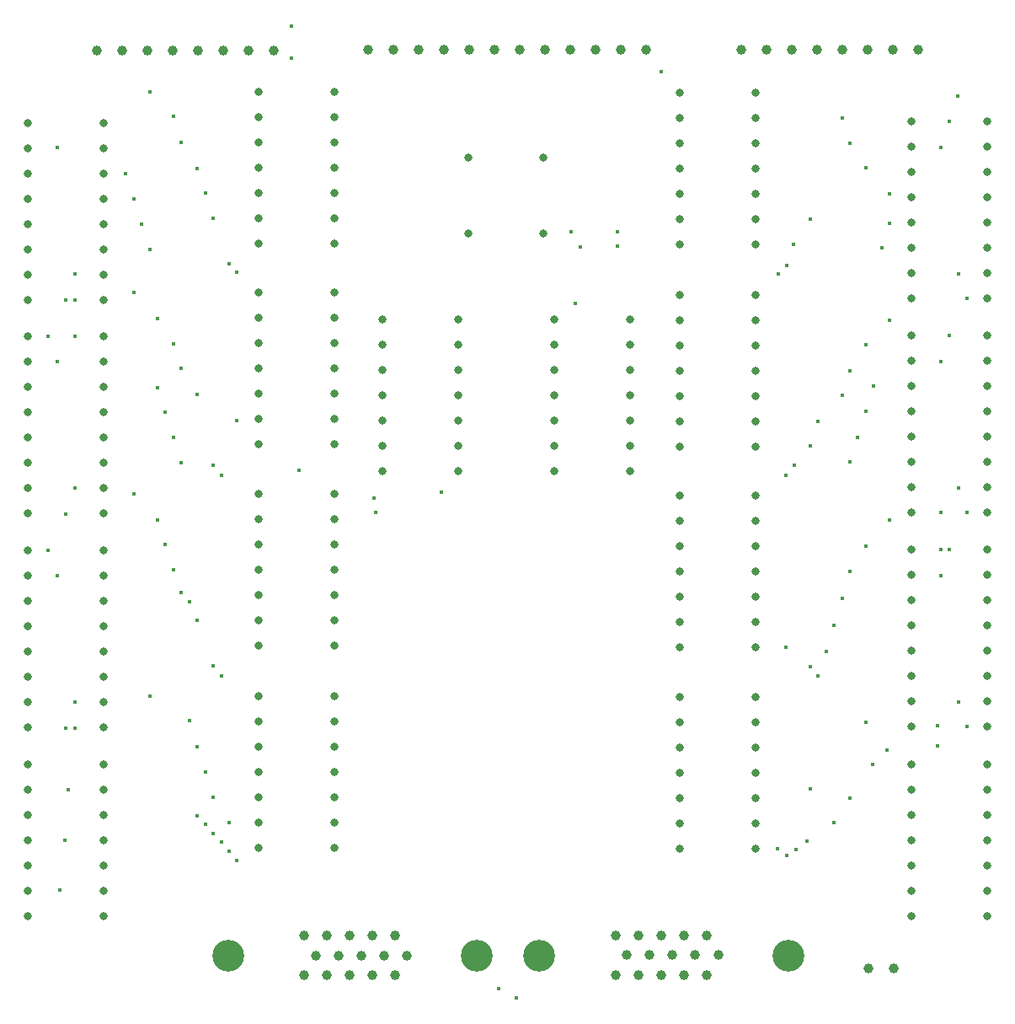
<source format=gbr>
%TF.GenerationSoftware,KiCad,Pcbnew,(6.0.5)*%
%TF.CreationDate,2023-01-07T10:18:04+02:00*%
%TF.ProjectId,VIDEOCARD_SCREENSYNC2.0,56494445-4f43-4415-9244-5f5343524545,rev?*%
%TF.SameCoordinates,Original*%
%TF.FileFunction,Plated,1,2,PTH,Drill*%
%TF.FilePolarity,Positive*%
%FSLAX46Y46*%
G04 Gerber Fmt 4.6, Leading zero omitted, Abs format (unit mm)*
G04 Created by KiCad (PCBNEW (6.0.5)) date 2023-01-07 10:18:04*
%MOMM*%
%LPD*%
G01*
G04 APERTURE LIST*
%TA.AperFunction,ViaDrill*%
%ADD10C,0.400000*%
%TD*%
%TA.AperFunction,ComponentDrill*%
%ADD11C,0.800000*%
%TD*%
%TA.AperFunction,ComponentDrill*%
%ADD12C,1.000000*%
%TD*%
%TA.AperFunction,ComponentDrill*%
%ADD13C,3.200000*%
%TD*%
G04 APERTURE END LIST*
D10*
X97300000Y-81100000D03*
X97300000Y-102600000D03*
X98200000Y-62100000D03*
X98200000Y-83600000D03*
X98200000Y-105100000D03*
X98520000Y-136730000D03*
X99020000Y-131700000D03*
X99100000Y-77400000D03*
X99100000Y-98900000D03*
X99100000Y-120400000D03*
X99320000Y-126630000D03*
X100000000Y-74800000D03*
X100000000Y-77400000D03*
X100000000Y-81100000D03*
X100000000Y-96300000D03*
X100000000Y-117800000D03*
X100000000Y-120400000D03*
X105100000Y-64700000D03*
X105900000Y-67300000D03*
X105900000Y-76700000D03*
X105900000Y-96900000D03*
X106700000Y-69800000D03*
X107500000Y-56500000D03*
X107500000Y-72300000D03*
X107500000Y-117200000D03*
X108300000Y-79300000D03*
X108300000Y-86200000D03*
X108300000Y-99500000D03*
X109100000Y-88700000D03*
X109100000Y-102000000D03*
X109900000Y-59000000D03*
X109900000Y-81800000D03*
X109900000Y-91200000D03*
X109900000Y-104500000D03*
X110700000Y-61600000D03*
X110700000Y-84300000D03*
X110700000Y-93800000D03*
X110700000Y-106800000D03*
X111500000Y-107700000D03*
X111500000Y-119700000D03*
X112300000Y-64200000D03*
X112300000Y-86900000D03*
X112300000Y-109600000D03*
X112300000Y-122300000D03*
X112300000Y-129200000D03*
X113100000Y-66700000D03*
X113100000Y-124800000D03*
X113100000Y-130100000D03*
X113900000Y-69200000D03*
X113900000Y-94000000D03*
X113900000Y-114200000D03*
X113900000Y-127400000D03*
X113900000Y-131000000D03*
X114700000Y-95000000D03*
X114700000Y-115200000D03*
X114700000Y-131900000D03*
X115500000Y-73800000D03*
X115500000Y-129900000D03*
X115500000Y-132800000D03*
X116300000Y-74600000D03*
X116300000Y-89500000D03*
X116300000Y-133700000D03*
X121800000Y-49900000D03*
X121800000Y-53100000D03*
X122520000Y-94530000D03*
X130100000Y-97300000D03*
X130200000Y-98800000D03*
X136800000Y-96700000D03*
X142600000Y-146600000D03*
X144400000Y-147500000D03*
X149900000Y-70600000D03*
X150300000Y-77800000D03*
X150800000Y-72100000D03*
X154500000Y-70600000D03*
X154500000Y-72000000D03*
X158900000Y-54500000D03*
X170620000Y-132530000D03*
X170700000Y-74820000D03*
X171500000Y-95050000D03*
X171500000Y-112310000D03*
X171520000Y-73930000D03*
X171520000Y-133230000D03*
X172220000Y-71830000D03*
X172300000Y-94050000D03*
X172520000Y-132630000D03*
X173620000Y-131800000D03*
X173900000Y-69320000D03*
X173900000Y-92050000D03*
X173900000Y-114250000D03*
X173920000Y-126530000D03*
X174700000Y-89620000D03*
X174700000Y-115190000D03*
X175500000Y-112690000D03*
X176300000Y-110090000D03*
X176300000Y-129950000D03*
X177100000Y-59110000D03*
X177100000Y-87020000D03*
X177100000Y-107420000D03*
X177900000Y-61710000D03*
X177900000Y-84510000D03*
X177900000Y-93690000D03*
X177900000Y-104650000D03*
X177920000Y-127430000D03*
X178700000Y-91190000D03*
X179500000Y-64150000D03*
X179500000Y-81920000D03*
X179500000Y-88590000D03*
X179500000Y-102150000D03*
X179500000Y-119830000D03*
X180180000Y-124090000D03*
X180300000Y-86090000D03*
X181100000Y-72190000D03*
X181600000Y-122600000D03*
X181900000Y-66740000D03*
X181900000Y-69690000D03*
X181900000Y-79420000D03*
X181900000Y-99510000D03*
X186700000Y-120200000D03*
X186720000Y-122230000D03*
X187000000Y-62070000D03*
X187000000Y-83570000D03*
X187000000Y-98770000D03*
X187000000Y-102470000D03*
X187000000Y-105070000D03*
X187900000Y-59470000D03*
X187900000Y-80970000D03*
X187900000Y-102470000D03*
X188700000Y-56900000D03*
X188800000Y-74770000D03*
X188800000Y-96270000D03*
X188800000Y-117770000D03*
X189700000Y-77270000D03*
X189700000Y-98770000D03*
X189700000Y-120270000D03*
D11*
%TO.C,74LS161*%
X95300000Y-59600000D03*
X95300000Y-62140000D03*
X95300000Y-64680000D03*
X95300000Y-67220000D03*
X95300000Y-69760000D03*
X95300000Y-72300000D03*
X95300000Y-74840000D03*
X95300000Y-77380000D03*
X95300000Y-81100000D03*
X95300000Y-83640000D03*
X95300000Y-86180000D03*
X95300000Y-88720000D03*
X95300000Y-91260000D03*
X95300000Y-93800000D03*
X95300000Y-96340000D03*
X95300000Y-98880000D03*
X95300000Y-102600000D03*
X95300000Y-105140000D03*
X95300000Y-107680000D03*
X95300000Y-110220000D03*
X95300000Y-112760000D03*
X95300000Y-115300000D03*
X95300000Y-117840000D03*
X95300000Y-120380000D03*
%TO.C,74LS04*%
X95300000Y-124100000D03*
X95300000Y-126640000D03*
X95300000Y-129180000D03*
X95300000Y-131720000D03*
X95300000Y-134260000D03*
X95300000Y-136800000D03*
X95300000Y-139340000D03*
%TO.C,74LS161*%
X102920000Y-59600000D03*
X102920000Y-62140000D03*
X102920000Y-64680000D03*
X102920000Y-67220000D03*
X102920000Y-69760000D03*
X102920000Y-72300000D03*
X102920000Y-74840000D03*
X102920000Y-77380000D03*
X102920000Y-81100000D03*
X102920000Y-83640000D03*
X102920000Y-86180000D03*
X102920000Y-88720000D03*
X102920000Y-91260000D03*
X102920000Y-93800000D03*
X102920000Y-96340000D03*
X102920000Y-98880000D03*
X102920000Y-102600000D03*
X102920000Y-105140000D03*
X102920000Y-107680000D03*
X102920000Y-110220000D03*
X102920000Y-112760000D03*
X102920000Y-115300000D03*
X102920000Y-117840000D03*
X102920000Y-120380000D03*
%TO.C,74LS04*%
X102920000Y-124100000D03*
X102920000Y-126640000D03*
X102920000Y-129180000D03*
X102920000Y-131720000D03*
X102920000Y-134260000D03*
X102920000Y-136800000D03*
X102920000Y-139340000D03*
%TO.C,74LS30*%
X118500000Y-56500000D03*
X118500000Y-59040000D03*
X118500000Y-61580000D03*
X118500000Y-64120000D03*
X118500000Y-66660000D03*
X118500000Y-69200000D03*
X118500000Y-71740000D03*
X118500000Y-76700000D03*
X118500000Y-79240000D03*
X118500000Y-81780000D03*
X118500000Y-84320000D03*
X118500000Y-86860000D03*
X118500000Y-89400000D03*
X118500000Y-91940000D03*
X118500000Y-96900000D03*
X118500000Y-99440000D03*
X118500000Y-101980000D03*
X118500000Y-104520000D03*
X118500000Y-107060000D03*
X118500000Y-109600000D03*
X118500000Y-112140000D03*
X118500000Y-117200000D03*
X118500000Y-119740000D03*
X118500000Y-122280000D03*
X118500000Y-124820000D03*
X118500000Y-127360000D03*
X118500000Y-129900000D03*
X118500000Y-132440000D03*
X126120000Y-56500000D03*
X126120000Y-59040000D03*
X126120000Y-61580000D03*
X126120000Y-64120000D03*
X126120000Y-66660000D03*
X126120000Y-69200000D03*
X126120000Y-71740000D03*
X126120000Y-76700000D03*
X126120000Y-79240000D03*
X126120000Y-81780000D03*
X126120000Y-84320000D03*
X126120000Y-86860000D03*
X126120000Y-89400000D03*
X126120000Y-91940000D03*
X126120000Y-96900000D03*
X126120000Y-99440000D03*
X126120000Y-101980000D03*
X126120000Y-104520000D03*
X126120000Y-107060000D03*
X126120000Y-109600000D03*
X126120000Y-112140000D03*
X126120000Y-117200000D03*
X126120000Y-119740000D03*
X126120000Y-122280000D03*
X126120000Y-124820000D03*
X126120000Y-127360000D03*
X126120000Y-129900000D03*
X126120000Y-132440000D03*
%TO.C,74LS00*%
X130920000Y-79330000D03*
X130920000Y-81870000D03*
X130920000Y-84410000D03*
X130920000Y-86950000D03*
X130920000Y-89490000D03*
X130920000Y-92030000D03*
X130920000Y-94570000D03*
X138540000Y-79330000D03*
X138540000Y-81870000D03*
X138540000Y-84410000D03*
X138540000Y-86950000D03*
X138540000Y-89490000D03*
X138540000Y-92030000D03*
X138540000Y-94570000D03*
%TO.C,*%
X139520000Y-63130000D03*
X139520000Y-70730000D03*
X147120000Y-63130000D03*
X147120000Y-70730000D03*
%TO.C,74LS00*%
X148220000Y-79405000D03*
X148220000Y-81945000D03*
X148220000Y-84485000D03*
X148220000Y-87025000D03*
X148220000Y-89565000D03*
X148220000Y-92105000D03*
X148220000Y-94645000D03*
X155840000Y-79405000D03*
X155840000Y-81945000D03*
X155840000Y-84485000D03*
X155840000Y-87025000D03*
X155840000Y-89565000D03*
X155840000Y-92105000D03*
X155840000Y-94645000D03*
%TO.C,74LS30*%
X160780000Y-56580000D03*
X160780000Y-59120000D03*
X160780000Y-61660000D03*
X160780000Y-64200000D03*
X160780000Y-66740000D03*
X160780000Y-69280000D03*
X160780000Y-71820000D03*
X160780000Y-76880000D03*
X160780000Y-79420000D03*
X160780000Y-81960000D03*
X160780000Y-84500000D03*
X160780000Y-87040000D03*
X160780000Y-89580000D03*
X160780000Y-92120000D03*
X160780000Y-97080000D03*
X160780000Y-99620000D03*
X160780000Y-102160000D03*
X160780000Y-104700000D03*
X160780000Y-107240000D03*
X160780000Y-109780000D03*
X160780000Y-112320000D03*
X160780000Y-117280000D03*
X160780000Y-119820000D03*
X160780000Y-122360000D03*
X160780000Y-124900000D03*
X160780000Y-127440000D03*
X160780000Y-129980000D03*
X160780000Y-132520000D03*
X168400000Y-56580000D03*
X168400000Y-59120000D03*
X168400000Y-61660000D03*
X168400000Y-64200000D03*
X168400000Y-66740000D03*
X168400000Y-69280000D03*
X168400000Y-71820000D03*
X168400000Y-76880000D03*
X168400000Y-79420000D03*
X168400000Y-81960000D03*
X168400000Y-84500000D03*
X168400000Y-87040000D03*
X168400000Y-89580000D03*
X168400000Y-92120000D03*
X168400000Y-97080000D03*
X168400000Y-99620000D03*
X168400000Y-102160000D03*
X168400000Y-104700000D03*
X168400000Y-107240000D03*
X168400000Y-109780000D03*
X168400000Y-112320000D03*
X168400000Y-117280000D03*
X168400000Y-119820000D03*
X168400000Y-122360000D03*
X168400000Y-124900000D03*
X168400000Y-127440000D03*
X168400000Y-129980000D03*
X168400000Y-132520000D03*
%TO.C,74LS161*%
X184080000Y-59490000D03*
X184080000Y-62030000D03*
X184080000Y-64570000D03*
X184080000Y-67110000D03*
X184080000Y-69650000D03*
X184080000Y-72190000D03*
X184080000Y-74730000D03*
X184080000Y-77270000D03*
X184080000Y-80990000D03*
X184080000Y-83530000D03*
X184080000Y-86070000D03*
X184080000Y-88610000D03*
X184080000Y-91150000D03*
X184080000Y-93690000D03*
X184080000Y-96230000D03*
X184080000Y-98770000D03*
X184080000Y-102490000D03*
X184080000Y-105030000D03*
X184080000Y-107570000D03*
X184080000Y-110110000D03*
X184080000Y-112650000D03*
X184080000Y-115190000D03*
X184080000Y-117730000D03*
X184080000Y-120270000D03*
%TO.C,74LS04*%
X184100000Y-124090000D03*
X184100000Y-126630000D03*
X184100000Y-129170000D03*
X184100000Y-131710000D03*
X184100000Y-134250000D03*
X184100000Y-136790000D03*
X184100000Y-139330000D03*
%TO.C,74LS161*%
X191700000Y-59490000D03*
X191700000Y-62030000D03*
X191700000Y-64570000D03*
X191700000Y-67110000D03*
X191700000Y-69650000D03*
X191700000Y-72190000D03*
X191700000Y-74730000D03*
X191700000Y-77270000D03*
X191700000Y-80990000D03*
X191700000Y-83530000D03*
X191700000Y-86070000D03*
X191700000Y-88610000D03*
X191700000Y-91150000D03*
X191700000Y-93690000D03*
X191700000Y-96230000D03*
X191700000Y-98770000D03*
X191700000Y-102490000D03*
X191700000Y-105030000D03*
X191700000Y-107570000D03*
X191700000Y-110110000D03*
X191700000Y-112650000D03*
X191700000Y-115190000D03*
X191700000Y-117730000D03*
X191700000Y-120270000D03*
%TO.C,74LS04*%
X191720000Y-124090000D03*
X191720000Y-126630000D03*
X191720000Y-129170000D03*
X191720000Y-131710000D03*
X191720000Y-134250000D03*
X191720000Y-136790000D03*
X191720000Y-139330000D03*
D12*
%TO.C,REF\u002A\u002A*%
X102220000Y-52330000D03*
X104760000Y-52330000D03*
X107300000Y-52330000D03*
X109840000Y-52330000D03*
X112380000Y-52330000D03*
X114920000Y-52330000D03*
X117460000Y-52330000D03*
X120000000Y-52330000D03*
%TO.C,VGA PORT 1*%
X123050000Y-141280000D03*
X123050000Y-145240000D03*
X124195000Y-143260000D03*
X125340000Y-141280000D03*
X125340000Y-145240000D03*
X126485000Y-143260000D03*
X127630000Y-141280000D03*
X127630000Y-145240000D03*
X128775000Y-143260000D03*
%TO.C,REF\u002A\u002A*%
X129445000Y-52305000D03*
%TO.C,VGA PORT 1*%
X129920000Y-141280000D03*
X129920000Y-145240000D03*
X131065000Y-143260000D03*
%TO.C,REF\u002A\u002A*%
X131985000Y-52305000D03*
%TO.C,VGA PORT 1*%
X132210000Y-141280000D03*
X132210000Y-145240000D03*
X133355000Y-143260000D03*
%TO.C,REF\u002A\u002A*%
X134525000Y-52305000D03*
X137065000Y-52305000D03*
X139605000Y-52305000D03*
X142145000Y-52305000D03*
X144685000Y-52305000D03*
X147225000Y-52305000D03*
X149765000Y-52305000D03*
X152305000Y-52305000D03*
%TO.C,VGA PORT 2*%
X154345000Y-141270000D03*
X154345000Y-145230000D03*
%TO.C,REF\u002A\u002A*%
X154845000Y-52305000D03*
%TO.C,VGA PORT 2*%
X155490000Y-143250000D03*
X156635000Y-141270000D03*
X156635000Y-145230000D03*
%TO.C,REF\u002A\u002A*%
X157385000Y-52305000D03*
%TO.C,VGA PORT 2*%
X157780000Y-143250000D03*
X158925000Y-141270000D03*
X158925000Y-145230000D03*
X160070000Y-143250000D03*
X161215000Y-141270000D03*
X161215000Y-145230000D03*
X162360000Y-143250000D03*
X163505000Y-141270000D03*
X163505000Y-145230000D03*
X164650000Y-143250000D03*
%TO.C,REF\u002A\u002A*%
X166945000Y-52305000D03*
X169485000Y-52305000D03*
X172025000Y-52305000D03*
X174565000Y-52305000D03*
X177105000Y-52305000D03*
X179645000Y-52305000D03*
X179725000Y-144600000D03*
X182185000Y-52305000D03*
X182265000Y-144600000D03*
X184725000Y-52305000D03*
D13*
%TO.C,VGA PORT 1*%
X115395000Y-143330000D03*
X140395000Y-143330000D03*
%TO.C,VGA PORT 2*%
X146690000Y-143320000D03*
X171690000Y-143320000D03*
M02*

</source>
